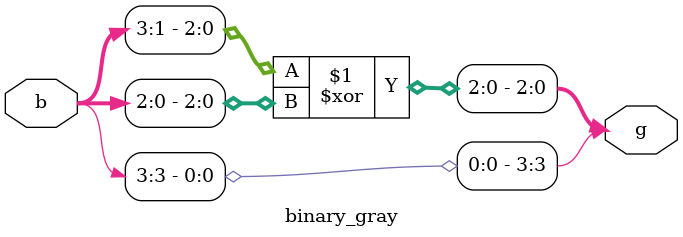
<source format=v>
module binary_gray(b,g);
parameter N=4;
input [N-1:0]b;
output [N-1:0]g;
assign g={b[N-1],b[N-1:1]^b[N-2:0]};
endmodule

//Loading work.binary_gray_tb
//# Loading work.binary_gray
//# b=0100,g=0110
//# b=0001,g=0001
//# b=1001,g=1101
//# b=0011,g=0010
//# b=1101,g=1011


</source>
